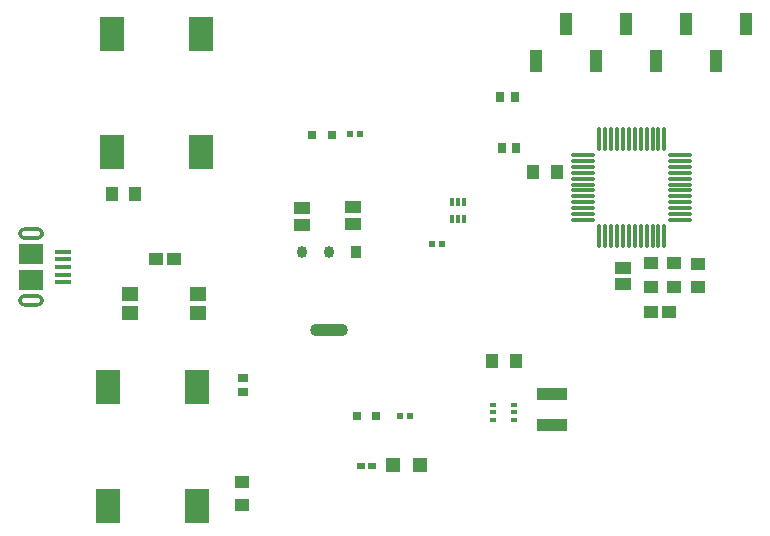
<source format=gtp>
G04*
G04 #@! TF.GenerationSoftware,Altium Limited,Altium Designer,23.10.1 (27)*
G04*
G04 Layer_Color=8421504*
%FSLAX44Y44*%
%MOMM*%
G71*
G04*
G04 #@! TF.SameCoordinates,DC49990F-6EA9-493E-B2B0-75892BC7290B*
G04*
G04*
G04 #@! TF.FilePolarity,Positive*
G04*
G01*
G75*
%ADD17R,0.8000X0.8000*%
%ADD18R,0.6153X0.5725*%
%ADD19R,1.1500X1.1500*%
%ADD20R,1.2500X1.0000*%
%ADD21R,1.3061X1.0582*%
%ADD22R,1.3562X1.1046*%
%ADD23R,2.0000X3.0000*%
%ADD24R,0.9500X0.8000*%
%ADD25R,0.7000X0.5000*%
%ADD26R,2.6000X1.0000*%
%ADD27R,1.0000X1.2500*%
%ADD28O,0.3000X2.1000*%
%ADD29O,2.1000X0.3000*%
%ADD30R,0.8000X0.9500*%
%ADD31R,0.3100X0.6600*%
%ADD32R,1.3562X1.0546*%
%ADD33R,0.8721X1.0043*%
G04:AMPARAMS|DCode=34|XSize=1.0043mm|YSize=0.8721mm|CornerRadius=0.4361mm|HoleSize=0mm|Usage=FLASHONLY|Rotation=270.000|XOffset=0mm|YOffset=0mm|HoleType=Round|Shape=RoundedRectangle|*
%AMROUNDEDRECTD34*
21,1,1.0043,0.0000,0,0,270.0*
21,1,0.1322,0.8721,0,0,270.0*
1,1,0.8721,0.0000,-0.0661*
1,1,0.8721,0.0000,0.0661*
1,1,0.8721,0.0000,0.0661*
1,1,0.8721,0.0000,-0.0661*
%
%ADD34ROUNDEDRECTD34*%
G04:AMPARAMS|DCode=35|XSize=1.0043mm|YSize=3.1821mm|CornerRadius=0.4369mm|HoleSize=0mm|Usage=FLASHONLY|Rotation=270.000|XOffset=0mm|YOffset=0mm|HoleType=Round|Shape=RoundedRectangle|*
%AMROUNDEDRECTD35*
21,1,1.0043,2.3084,0,0,270.0*
21,1,0.1306,3.1821,0,0,270.0*
1,1,0.8737,-1.1542,-0.0653*
1,1,0.8737,-1.1542,0.0653*
1,1,0.8737,1.1542,0.0653*
1,1,0.8737,1.1542,-0.0653*
%
%ADD35ROUNDEDRECTD35*%
%ADD36R,2.0000X1.7500*%
%ADD37R,1.3500X0.4000*%
%ADD38R,1.4562X1.3046*%
%ADD39R,0.5200X0.5200*%
%ADD40R,1.0200X1.9050*%
%ADD41R,0.5500X0.3000*%
G36*
X38795Y244963D02*
X39069Y244941D01*
X39341Y244905D01*
X39611Y244855D01*
X39879Y244791D01*
X40142Y244713D01*
X40401Y244621D01*
X40655Y244516D01*
X40903Y244398D01*
X41145Y244267D01*
X41379Y244123D01*
X41606Y243967D01*
X41824Y243800D01*
X42033Y243622D01*
X42232Y243432D01*
X42421Y243233D01*
X42600Y243024D01*
X42767Y242806D01*
X42923Y242579D01*
X43067Y242345D01*
X43198Y242104D01*
X43316Y241855D01*
X43421Y241601D01*
X43513Y241342D01*
X43591Y241079D01*
X43655Y240812D01*
X43705Y240541D01*
X43741Y240269D01*
X43763Y239995D01*
X43770Y239720D01*
X43763Y239445D01*
X43741Y239171D01*
X43705Y238899D01*
X43655Y238629D01*
X43591Y238361D01*
X43513Y238098D01*
X43421Y237839D01*
X43316Y237585D01*
X43198Y237337D01*
X43067Y237095D01*
X42923Y236861D01*
X42767Y236634D01*
X42600Y236416D01*
X42421Y236207D01*
X42232Y236008D01*
X42033Y235819D01*
X41824Y235640D01*
X41606Y235473D01*
X41379Y235317D01*
X41145Y235173D01*
X40903Y235042D01*
X40655Y234924D01*
X40401Y234819D01*
X40142Y234727D01*
X39879Y234649D01*
X39611Y234585D01*
X39341Y234535D01*
X39069Y234499D01*
X38795Y234477D01*
X38520Y234470D01*
X27520D01*
X27245Y234477D01*
X26971Y234499D01*
X26699Y234535D01*
X26428Y234585D01*
X26161Y234649D01*
X25898Y234727D01*
X25639Y234819D01*
X25385Y234924D01*
X25137Y235042D01*
X24895Y235173D01*
X24661Y235317D01*
X24434Y235473D01*
X24216Y235640D01*
X24007Y235819D01*
X23808Y236008D01*
X23619Y236207D01*
X23440Y236416D01*
X23273Y236634D01*
X23117Y236861D01*
X22973Y237095D01*
X22842Y237337D01*
X22724Y237585D01*
X22619Y237839D01*
X22527Y238098D01*
X22449Y238361D01*
X22385Y238629D01*
X22335Y238899D01*
X22299Y239171D01*
X22277Y239445D01*
X22270Y239720D01*
X22277Y239995D01*
X22299Y240269D01*
X22335Y240541D01*
X22385Y240812D01*
X22449Y241079D01*
X22527Y241342D01*
X22619Y241601D01*
X22724Y241855D01*
X22842Y242104D01*
X22973Y242345D01*
X23117Y242579D01*
X23273Y242806D01*
X23440Y243024D01*
X23619Y243233D01*
X23808Y243432D01*
X24007Y243622D01*
X24216Y243800D01*
X24434Y243967D01*
X24661Y244123D01*
X24895Y244267D01*
X25137Y244398D01*
X25385Y244516D01*
X25639Y244621D01*
X25898Y244713D01*
X26161Y244791D01*
X26428Y244855D01*
X26699Y244905D01*
X26971Y244941D01*
X27245Y244963D01*
X27520Y244970D01*
X38520D01*
X38795Y244963D01*
D02*
G37*
G36*
Y301463D02*
X39069Y301441D01*
X39341Y301405D01*
X39611Y301355D01*
X39879Y301291D01*
X40142Y301213D01*
X40401Y301121D01*
X40655Y301016D01*
X40903Y300898D01*
X41145Y300767D01*
X41379Y300623D01*
X41606Y300467D01*
X41824Y300300D01*
X42033Y300121D01*
X42232Y299932D01*
X42421Y299733D01*
X42600Y299524D01*
X42767Y299306D01*
X42923Y299079D01*
X43067Y298845D01*
X43198Y298603D01*
X43316Y298355D01*
X43421Y298101D01*
X43513Y297842D01*
X43591Y297579D01*
X43655Y297311D01*
X43705Y297041D01*
X43741Y296769D01*
X43763Y296495D01*
X43770Y296220D01*
X43763Y295945D01*
X43741Y295671D01*
X43705Y295399D01*
X43655Y295128D01*
X43591Y294861D01*
X43513Y294598D01*
X43421Y294339D01*
X43316Y294085D01*
X43198Y293836D01*
X43067Y293595D01*
X42923Y293361D01*
X42767Y293134D01*
X42600Y292916D01*
X42421Y292707D01*
X42232Y292508D01*
X42033Y292318D01*
X41824Y292140D01*
X41606Y291973D01*
X41379Y291817D01*
X41145Y291673D01*
X40903Y291542D01*
X40655Y291424D01*
X40401Y291319D01*
X40142Y291227D01*
X39879Y291149D01*
X39611Y291085D01*
X39341Y291035D01*
X39069Y290999D01*
X38795Y290977D01*
X38520Y290970D01*
X27520D01*
X27245Y290977D01*
X26971Y290999D01*
X26699Y291035D01*
X26428Y291085D01*
X26161Y291149D01*
X25898Y291227D01*
X25639Y291319D01*
X25385Y291424D01*
X25137Y291542D01*
X24895Y291673D01*
X24661Y291817D01*
X24434Y291973D01*
X24216Y292140D01*
X24007Y292318D01*
X23808Y292508D01*
X23619Y292707D01*
X23440Y292916D01*
X23273Y293134D01*
X23117Y293361D01*
X22973Y293595D01*
X22842Y293836D01*
X22724Y294085D01*
X22619Y294339D01*
X22527Y294598D01*
X22449Y294861D01*
X22385Y295128D01*
X22335Y295399D01*
X22299Y295671D01*
X22277Y295945D01*
X22270Y296220D01*
X22277Y296495D01*
X22299Y296769D01*
X22335Y297041D01*
X22385Y297311D01*
X22449Y297579D01*
X22527Y297842D01*
X22619Y298101D01*
X22724Y298355D01*
X22842Y298603D01*
X22973Y298845D01*
X23117Y299079D01*
X23273Y299306D01*
X23440Y299524D01*
X23619Y299733D01*
X23808Y299932D01*
X24007Y300121D01*
X24216Y300300D01*
X24434Y300467D01*
X24661Y300623D01*
X24895Y300767D01*
X25137Y300898D01*
X25385Y301016D01*
X25639Y301121D01*
X25898Y301213D01*
X26161Y301291D01*
X26428Y301355D01*
X26699Y301405D01*
X26971Y301441D01*
X27245Y301463D01*
X27520Y301470D01*
X38520D01*
X38795Y301463D01*
D02*
G37*
%LPC*%
G36*
X38520Y241970D02*
X27520D01*
X27402Y241967D01*
X27285Y241958D01*
X27168Y241942D01*
X27052Y241921D01*
X26938Y241893D01*
X26825Y241860D01*
X26714Y241821D01*
X26605Y241775D01*
X26498Y241725D01*
X26395Y241669D01*
X26295Y241607D01*
X26198Y241540D01*
X26104Y241469D01*
X26014Y241392D01*
X25929Y241311D01*
X25848Y241226D01*
X25771Y241136D01*
X25700Y241042D01*
X25633Y240945D01*
X25571Y240845D01*
X25515Y240742D01*
X25464Y240635D01*
X25419Y240526D01*
X25380Y240415D01*
X25347Y240302D01*
X25319Y240188D01*
X25298Y240072D01*
X25282Y239955D01*
X25273Y239838D01*
X25270Y239720D01*
X25273Y239602D01*
X25282Y239485D01*
X25298Y239368D01*
X25319Y239252D01*
X25347Y239138D01*
X25380Y239025D01*
X25419Y238914D01*
X25464Y238805D01*
X25515Y238699D01*
X25571Y238595D01*
X25633Y238495D01*
X25700Y238398D01*
X25771Y238304D01*
X25848Y238214D01*
X25929Y238129D01*
X26014Y238048D01*
X26104Y237971D01*
X26198Y237900D01*
X26295Y237833D01*
X26395Y237771D01*
X26498Y237715D01*
X26605Y237665D01*
X26714Y237619D01*
X26825Y237580D01*
X26938Y237547D01*
X27052Y237519D01*
X27168Y237498D01*
X27285Y237482D01*
X27402Y237473D01*
X27520Y237470D01*
X38520D01*
X38638Y237473D01*
X38755Y237482D01*
X38872Y237498D01*
X38988Y237519D01*
X39102Y237547D01*
X39215Y237580D01*
X39326Y237619D01*
X39435Y237665D01*
X39541Y237715D01*
X39645Y237771D01*
X39745Y237833D01*
X39843Y237900D01*
X39936Y237971D01*
X40026Y238048D01*
X40111Y238129D01*
X40192Y238214D01*
X40269Y238304D01*
X40340Y238398D01*
X40407Y238495D01*
X40469Y238595D01*
X40525Y238699D01*
X40575Y238805D01*
X40620Y238914D01*
X40660Y239025D01*
X40693Y239138D01*
X40721Y239252D01*
X40742Y239368D01*
X40758Y239485D01*
X40767Y239602D01*
X40770Y239720D01*
X40767Y239838D01*
X40758Y239955D01*
X40742Y240072D01*
X40721Y240188D01*
X40693Y240302D01*
X40660Y240415D01*
X40620Y240526D01*
X40575Y240635D01*
X40525Y240742D01*
X40469Y240845D01*
X40407Y240945D01*
X40340Y241042D01*
X40269Y241136D01*
X40192Y241226D01*
X40111Y241311D01*
X40026Y241392D01*
X39936Y241469D01*
X39843Y241540D01*
X39745Y241607D01*
X39645Y241669D01*
X39541Y241725D01*
X39435Y241775D01*
X39326Y241821D01*
X39215Y241860D01*
X39102Y241893D01*
X38988Y241921D01*
X38872Y241942D01*
X38755Y241958D01*
X38638Y241967D01*
X38520Y241970D01*
D02*
G37*
G36*
Y298470D02*
X27520D01*
X27402Y298467D01*
X27285Y298458D01*
X27168Y298442D01*
X27052Y298421D01*
X26938Y298393D01*
X26825Y298360D01*
X26714Y298321D01*
X26605Y298276D01*
X26498Y298225D01*
X26395Y298169D01*
X26295Y298107D01*
X26198Y298040D01*
X26104Y297969D01*
X26014Y297892D01*
X25929Y297811D01*
X25848Y297726D01*
X25771Y297636D01*
X25700Y297542D01*
X25633Y297445D01*
X25571Y297345D01*
X25515Y297241D01*
X25464Y297135D01*
X25419Y297026D01*
X25380Y296915D01*
X25347Y296802D01*
X25319Y296688D01*
X25298Y296572D01*
X25282Y296455D01*
X25273Y296338D01*
X25270Y296220D01*
X25273Y296102D01*
X25282Y295985D01*
X25298Y295868D01*
X25319Y295752D01*
X25347Y295638D01*
X25380Y295525D01*
X25419Y295414D01*
X25464Y295305D01*
X25515Y295198D01*
X25571Y295095D01*
X25633Y294995D01*
X25700Y294897D01*
X25771Y294804D01*
X25848Y294714D01*
X25929Y294629D01*
X26014Y294548D01*
X26104Y294471D01*
X26198Y294400D01*
X26295Y294333D01*
X26395Y294271D01*
X26498Y294215D01*
X26605Y294165D01*
X26714Y294119D01*
X26825Y294080D01*
X26938Y294047D01*
X27052Y294019D01*
X27168Y293998D01*
X27285Y293982D01*
X27402Y293973D01*
X27520Y293970D01*
X38520D01*
X38638Y293973D01*
X38755Y293982D01*
X38872Y293998D01*
X38988Y294019D01*
X39102Y294047D01*
X39215Y294080D01*
X39326Y294119D01*
X39435Y294165D01*
X39541Y294215D01*
X39645Y294271D01*
X39745Y294333D01*
X39843Y294400D01*
X39936Y294471D01*
X40026Y294548D01*
X40111Y294629D01*
X40192Y294714D01*
X40269Y294804D01*
X40340Y294897D01*
X40407Y294995D01*
X40469Y295095D01*
X40525Y295198D01*
X40575Y295305D01*
X40620Y295414D01*
X40660Y295525D01*
X40693Y295638D01*
X40721Y295752D01*
X40742Y295868D01*
X40758Y295985D01*
X40767Y296102D01*
X40770Y296220D01*
X40767Y296338D01*
X40758Y296455D01*
X40742Y296572D01*
X40721Y296688D01*
X40693Y296802D01*
X40660Y296915D01*
X40620Y297026D01*
X40575Y297135D01*
X40525Y297241D01*
X40469Y297345D01*
X40407Y297445D01*
X40340Y297542D01*
X40269Y297636D01*
X40192Y297726D01*
X40111Y297811D01*
X40026Y297892D01*
X39936Y297969D01*
X39843Y298040D01*
X39745Y298107D01*
X39645Y298169D01*
X39541Y298225D01*
X39435Y298276D01*
X39326Y298321D01*
X39215Y298360D01*
X39102Y298393D01*
X38988Y298421D01*
X38872Y298442D01*
X38755Y298458D01*
X38638Y298467D01*
X38520Y298470D01*
D02*
G37*
%LPD*%
D17*
X287750Y379750D02*
D03*
X271250D02*
D03*
X308750Y141500D02*
D03*
X325250D02*
D03*
D18*
X311500Y380250D02*
D03*
X302929D02*
D03*
X353785Y141750D02*
D03*
X345214D02*
D03*
D19*
X362750Y100000D02*
D03*
X339250D02*
D03*
D20*
X597500Y250750D02*
D03*
Y270750D02*
D03*
X577250Y251000D02*
D03*
Y271000D02*
D03*
X557500Y251250D02*
D03*
Y271250D02*
D03*
X211250Y66250D02*
D03*
Y86250D02*
D03*
D21*
X557739Y230000D02*
D03*
X573261D02*
D03*
X138489Y274500D02*
D03*
X154011D02*
D03*
D22*
X534250Y253134D02*
D03*
Y267250D02*
D03*
D23*
X173500Y166000D02*
D03*
X98500D02*
D03*
Y66000D02*
D03*
X173500D02*
D03*
X101500Y365000D02*
D03*
X176500D02*
D03*
Y465000D02*
D03*
X101500D02*
D03*
D24*
X212500Y161750D02*
D03*
Y174250D02*
D03*
D25*
X312500Y99750D02*
D03*
X321500D02*
D03*
D26*
X474500Y133750D02*
D03*
Y160750D02*
D03*
D27*
X423250Y188000D02*
D03*
X443250D02*
D03*
X478000Y348750D02*
D03*
X458000D02*
D03*
X121250Y329750D02*
D03*
X101250D02*
D03*
D28*
X514250Y294250D02*
D03*
X519250D02*
D03*
X524250D02*
D03*
X529250D02*
D03*
X534250D02*
D03*
X539250D02*
D03*
X544250D02*
D03*
X549250D02*
D03*
X554250D02*
D03*
X559250D02*
D03*
X564250D02*
D03*
X569250D02*
D03*
Y376250D02*
D03*
X564250D02*
D03*
X559250D02*
D03*
X554250D02*
D03*
X549250D02*
D03*
X544250D02*
D03*
X539250D02*
D03*
X534250D02*
D03*
X529250D02*
D03*
X524250D02*
D03*
X519250D02*
D03*
X514250D02*
D03*
D29*
X582750Y307750D02*
D03*
Y312750D02*
D03*
Y317750D02*
D03*
Y322750D02*
D03*
Y327750D02*
D03*
Y332750D02*
D03*
Y337750D02*
D03*
Y342750D02*
D03*
Y347750D02*
D03*
Y352750D02*
D03*
Y357750D02*
D03*
Y362750D02*
D03*
X500750D02*
D03*
Y357750D02*
D03*
Y352750D02*
D03*
Y347750D02*
D03*
Y342750D02*
D03*
Y337750D02*
D03*
Y332750D02*
D03*
Y327750D02*
D03*
Y322750D02*
D03*
Y317750D02*
D03*
Y312750D02*
D03*
Y307750D02*
D03*
D30*
X442750Y412000D02*
D03*
X430250D02*
D03*
X444000Y369000D02*
D03*
X431500D02*
D03*
D31*
X399750Y323350D02*
D03*
X394750D02*
D03*
X389750D02*
D03*
Y308650D02*
D03*
X394750D02*
D03*
X399750D02*
D03*
D32*
X306000Y318500D02*
D03*
Y303984D02*
D03*
X262500Y318250D02*
D03*
Y303734D02*
D03*
D33*
X308400Y280450D02*
D03*
D34*
X285500D02*
D03*
X262600D02*
D03*
D35*
X285500Y214550D02*
D03*
D36*
X33020Y256720D02*
D03*
Y279220D02*
D03*
D37*
X59820Y254970D02*
D03*
Y261470D02*
D03*
Y267970D02*
D03*
Y274470D02*
D03*
Y280970D02*
D03*
D38*
X174000Y228692D02*
D03*
Y244808D02*
D03*
X116750Y245308D02*
D03*
Y229192D02*
D03*
D39*
X380750Y287750D02*
D03*
X372750D02*
D03*
D40*
X460600Y441975D02*
D03*
X486000Y474025D02*
D03*
X511400Y441975D02*
D03*
X536800Y474025D02*
D03*
X562200Y441975D02*
D03*
X587600Y474025D02*
D03*
X613000Y441975D02*
D03*
X638400Y474025D02*
D03*
D41*
X424500Y151500D02*
D03*
Y145000D02*
D03*
Y138500D02*
D03*
X442000Y151500D02*
D03*
Y145000D02*
D03*
Y138500D02*
D03*
M02*

</source>
